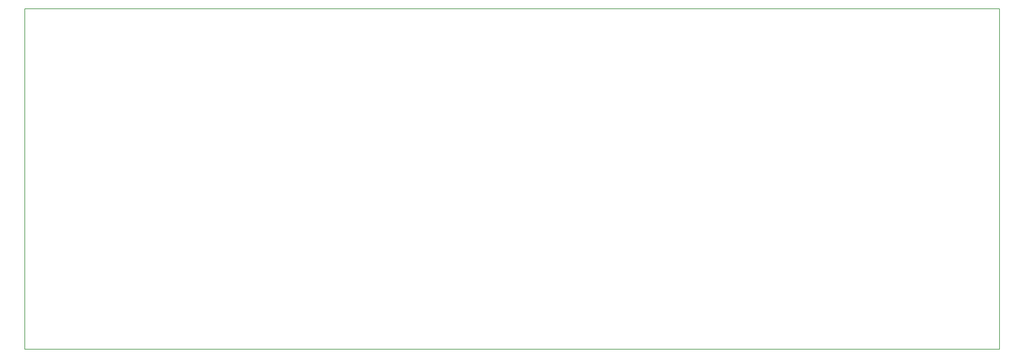
<source format=gm1>
G04 #@! TF.FileFunction,Profile,NP*
%FSLAX46Y46*%
G04 Gerber Fmt 4.6, Leading zero omitted, Abs format (unit mm)*
G04 Created by KiCad (PCBNEW 4.0.6) date 08/11/17 10:43:16*
%MOMM*%
%LPD*%
G01*
G04 APERTURE LIST*
%ADD10C,0.100000*%
%ADD11C,0.150000*%
G04 APERTURE END LIST*
D10*
D11*
X21000000Y-36000000D02*
X21000000Y-128000000D01*
X284000000Y-36000000D02*
X21000000Y-36000000D01*
X284000000Y-128000000D02*
X284000000Y-36000000D01*
X21000000Y-128000000D02*
X284000000Y-128000000D01*
M02*

</source>
